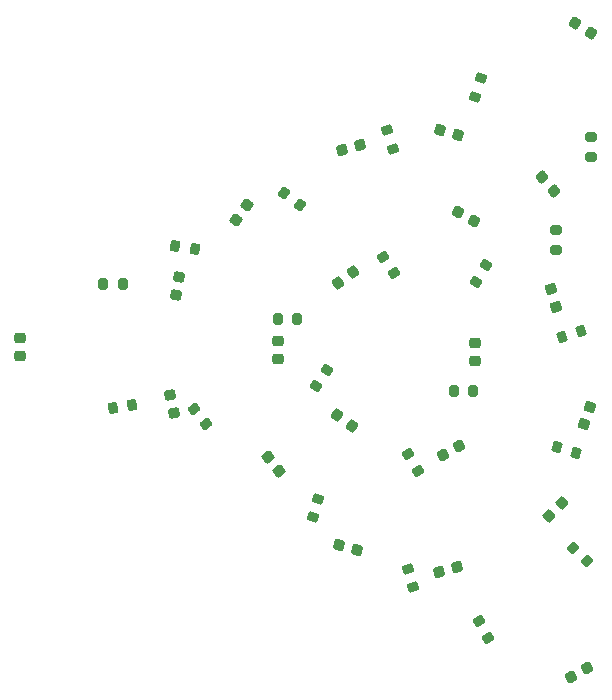
<source format=gbr>
%TF.GenerationSoftware,KiCad,Pcbnew,(6.0.2)*%
%TF.CreationDate,2022-03-10T12:30:13-08:00*%
%TF.ProjectId,triangle,74726961-6e67-46c6-952e-6b696361645f,rev?*%
%TF.SameCoordinates,Original*%
%TF.FileFunction,Paste,Top*%
%TF.FilePolarity,Positive*%
%FSLAX46Y46*%
G04 Gerber Fmt 4.6, Leading zero omitted, Abs format (unit mm)*
G04 Created by KiCad (PCBNEW (6.0.2)) date 2022-03-10 12:30:13*
%MOMM*%
%LPD*%
G01*
G04 APERTURE LIST*
G04 Aperture macros list*
%AMRoundRect*
0 Rectangle with rounded corners*
0 $1 Rounding radius*
0 $2 $3 $4 $5 $6 $7 $8 $9 X,Y pos of 4 corners*
0 Add a 4 corners polygon primitive as box body*
4,1,4,$2,$3,$4,$5,$6,$7,$8,$9,$2,$3,0*
0 Add four circle primitives for the rounded corners*
1,1,$1+$1,$2,$3*
1,1,$1+$1,$4,$5*
1,1,$1+$1,$6,$7*
1,1,$1+$1,$8,$9*
0 Add four rect primitives between the rounded corners*
20,1,$1+$1,$2,$3,$4,$5,0*
20,1,$1+$1,$4,$5,$6,$7,0*
20,1,$1+$1,$6,$7,$8,$9,0*
20,1,$1+$1,$8,$9,$2,$3,0*%
G04 Aperture macros list end*
%ADD10RoundRect,0.225000X0.285273X-0.178170X0.207131X0.264994X-0.285273X0.178170X-0.207131X-0.264994X0*%
%ADD11RoundRect,0.225000X-0.168235X0.291242X-0.307293X-0.136733X0.168235X-0.291242X0.307293X0.136733X0*%
%ADD12RoundRect,0.200000X-0.275000X0.200000X-0.275000X-0.200000X0.275000X-0.200000X0.275000X0.200000X0*%
%ADD13RoundRect,0.225000X0.069856X0.329006X-0.319856X0.104006X-0.069856X-0.329006X0.319856X-0.104006X0*%
%ADD14RoundRect,0.225000X0.147375X0.302334X-0.285193X0.178297X-0.147375X-0.302334X0.285193X-0.178297X0*%
%ADD15RoundRect,0.200000X-0.339982X0.006097X-0.110552X-0.321564X0.339982X-0.006097X0.110552X0.321564X0*%
%ADD16RoundRect,0.225000X-0.288261X-0.173293X0.142076X-0.304860X0.288261X0.173293X-0.142076X0.304860X0*%
%ADD17RoundRect,0.200000X0.319474X-0.116452X0.209219X0.268053X-0.319474X0.116452X-0.209219X-0.268053X0*%
%ADD18RoundRect,0.200000X0.209219X-0.268053X0.319474X0.116452X-0.209219X0.268053X-0.319474X-0.116452X0*%
%ADD19RoundRect,0.200000X-0.240557X-0.240327X0.154518X-0.302901X0.240557X0.240327X-0.154518X0.302901X0*%
%ADD20RoundRect,0.200000X-0.275191X-0.199737X0.105232X-0.323344X0.275191X0.199737X-0.105232X0.323344X0*%
%ADD21RoundRect,0.200000X-0.335876X-0.053033X-0.053033X-0.335876X0.335876X0.053033X0.053033X0.335876X0*%
%ADD22RoundRect,0.225000X0.335527X-0.023387X0.058479X0.331218X-0.335527X0.023387X-0.058479X-0.331218X0*%
%ADD23RoundRect,0.225000X-0.304860X0.142076X-0.173293X-0.288261X0.304860X-0.142076X0.173293X0.288261X0*%
%ADD24RoundRect,0.200000X0.339835X0.011705X0.093571X0.326909X-0.339835X-0.011705X-0.093571X-0.326909X0*%
%ADD25RoundRect,0.200000X-0.200000X-0.275000X0.200000X-0.275000X0.200000X0.275000X-0.200000X0.275000X0*%
%ADD26RoundRect,0.225000X0.285193X0.178297X-0.147375X0.302334X-0.285193X-0.178297X0.147375X-0.302334X0*%
%ADD27RoundRect,0.225000X-0.336341X-0.000075X-0.035232X-0.334490X0.336341X0.000075X0.035232X0.334490X0*%
%ADD28RoundRect,0.225000X0.064250X-0.330147X0.335067X0.029239X-0.064250X0.330147X-0.335067X-0.029239X0*%
%ADD29RoundRect,0.225000X0.250000X-0.225000X0.250000X0.225000X-0.250000X0.225000X-0.250000X-0.225000X0*%
%ADD30RoundRect,0.225000X-0.147375X-0.302334X0.285193X-0.178297X0.147375X0.302334X-0.285193X0.178297X0*%
%ADD31RoundRect,0.200000X0.338157X-0.035705X0.138157X0.310705X-0.338157X0.035705X-0.138157X-0.310705X0*%
%ADD32RoundRect,0.200000X-0.138157X0.310705X-0.338157X-0.035705X0.138157X-0.310705X0.338157X0.035705X0*%
%ADD33RoundRect,0.200000X0.110859X0.321458X-0.271663X0.204509X-0.110859X-0.321458X0.271663X-0.204509X0*%
%ADD34RoundRect,0.200000X0.104923X-0.323444X0.340037X0.000162X-0.104923X0.323444X-0.340037X-0.000162X0*%
%ADD35RoundRect,0.225000X-0.017678X0.335876X-0.335876X0.017678X0.017678X-0.335876X0.335876X-0.017678X0*%
%ADD36RoundRect,0.225000X-0.319856X-0.104006X0.069856X-0.329006X0.319856X0.104006X-0.069856X0.329006X0*%
%ADD37RoundRect,0.225000X-0.040915X-0.333843X0.327703X-0.075733X0.040915X0.333843X-0.327703X0.075733X0*%
%ADD38RoundRect,0.200000X0.149208X0.305552X-0.244715X0.236092X-0.149208X-0.305552X0.244715X-0.236092X0*%
%ADD39RoundRect,0.200000X0.204509X-0.271663X0.321458X0.110859X-0.204509X0.271663X-0.321458X-0.110859X0*%
%ADD40RoundRect,0.225000X-0.250000X0.225000X-0.250000X-0.225000X0.250000X-0.225000X0.250000X0.225000X0*%
%ADD41RoundRect,0.225000X0.211724X-0.261338X0.282120X0.183121X-0.211724X0.261338X-0.282120X-0.183121X0*%
%ADD42RoundRect,0.225000X-0.323291X-0.092780X0.058331X-0.331244X0.323291X0.092780X-0.058331X0.331244X0*%
%ADD43RoundRect,0.225000X0.328975X0.070003X-0.035083X0.334506X-0.328975X-0.070003X0.035083X-0.334506X0*%
%ADD44RoundRect,0.200000X-0.325226X-0.099262X-0.005772X-0.339988X0.325226X0.099262X0.005772X0.339988X0*%
G04 APERTURE END LIST*
D10*
%TO.C,C21*%
X123634577Y-89013226D03*
X123365423Y-87486774D03*
%TD*%
D11*
%TO.C,C12*%
X158900000Y-88500000D03*
X158421024Y-89974138D03*
%TD*%
D12*
%TO.C,R15*%
X158950000Y-65700000D03*
X158950000Y-67350000D03*
%TD*%
D13*
%TO.C,C4*%
X147821170Y-91825000D03*
X146478830Y-92600000D03*
%TD*%
D14*
%TO.C,C9*%
X147600000Y-102100000D03*
X146110044Y-102527238D03*
%TD*%
D15*
%TO.C,R2*%
X141353598Y-75848400D03*
X142300000Y-77200000D03*
%TD*%
D16*
%TO.C,C16*%
X146217728Y-65046824D03*
X147700000Y-65500000D03*
%TD*%
D17*
%TO.C,R17*%
X142200000Y-66700000D03*
X141745198Y-65113918D03*
%TD*%
D18*
%TO.C,R8*%
X135445198Y-97886082D03*
X135900000Y-96300000D03*
%TD*%
D19*
%TO.C,R19*%
X123800000Y-74900000D03*
X125429686Y-75158116D03*
%TD*%
D20*
%TO.C,R12*%
X156130756Y-91890122D03*
X157700000Y-92400000D03*
%TD*%
D21*
%TO.C,R11*%
X157433274Y-100433274D03*
X158600000Y-101600000D03*
%TD*%
D12*
%TO.C,R14*%
X156000000Y-73550000D03*
X156000000Y-75200000D03*
%TD*%
D22*
%TO.C,C7*%
X132550000Y-93950000D03*
X131595724Y-92728584D03*
%TD*%
D17*
%TO.C,R9*%
X143900000Y-103800000D03*
X143445198Y-102213918D03*
%TD*%
D23*
%TO.C,C13*%
X155573412Y-78558864D03*
X156026588Y-80041136D03*
%TD*%
D24*
%TO.C,R7*%
X126400000Y-90000000D03*
X125384158Y-88699782D03*
%TD*%
D25*
%TO.C,R1*%
X149025000Y-87200000D03*
X147375000Y-87200000D03*
%TD*%
D26*
%TO.C,C8*%
X139144978Y-100613619D03*
X137655022Y-100186381D03*
%TD*%
D27*
%TO.C,C14*%
X155850000Y-70250000D03*
X154812848Y-69098126D03*
%TD*%
D25*
%TO.C,R6*%
X132450000Y-81100000D03*
X134100000Y-81100000D03*
%TD*%
D28*
%TO.C,C18*%
X128900000Y-72700000D03*
X129832814Y-71462114D03*
%TD*%
D29*
%TO.C,C6*%
X132500000Y-84500000D03*
X132500000Y-82950000D03*
%TD*%
D30*
%TO.C,C17*%
X137900000Y-66800000D03*
X139389956Y-66372762D03*
%TD*%
D29*
%TO.C,C20*%
X110650000Y-84250000D03*
X110650000Y-82700000D03*
%TD*%
D31*
%TO.C,R4*%
X144325000Y-93928942D03*
X143500000Y-92500000D03*
%TD*%
D32*
%TO.C,R5*%
X150100000Y-76500000D03*
X149275000Y-77928942D03*
%TD*%
D33*
%TO.C,R13*%
X158100000Y-82100000D03*
X156522098Y-82582414D03*
%TD*%
D34*
%TO.C,R3*%
X135686800Y-86766400D03*
X136656646Y-85431522D03*
%TD*%
D35*
%TO.C,C11*%
X156498008Y-96701992D03*
X155401992Y-97798008D03*
%TD*%
D36*
%TO.C,C5*%
X147757660Y-72025000D03*
X149100000Y-72800000D03*
%TD*%
D37*
%TO.C,C2*%
X137600000Y-78000000D03*
X138869686Y-77110956D03*
%TD*%
D31*
%TO.C,R10*%
X150300000Y-108100000D03*
X149475000Y-106671058D03*
%TD*%
D38*
%TO.C,R21*%
X120100000Y-88350000D03*
X118475068Y-88636520D03*
%TD*%
D39*
%TO.C,R16*%
X149200000Y-62250000D03*
X149682414Y-60672098D03*
%TD*%
D40*
%TO.C,C1*%
X149200000Y-84650000D03*
X149200000Y-83100000D03*
%TD*%
D41*
%TO.C,C19*%
X123857526Y-79080916D03*
X124100000Y-77550000D03*
%TD*%
D42*
%TO.C,C15*%
X157635526Y-56028626D03*
X158950000Y-56850000D03*
%TD*%
D43*
%TO.C,C3*%
X138734800Y-90119200D03*
X137480824Y-89208132D03*
%TD*%
D13*
%TO.C,C10*%
X158650000Y-110600000D03*
X157307660Y-111375000D03*
%TD*%
D25*
%TO.C,R20*%
X117700000Y-78150000D03*
X119350000Y-78150000D03*
%TD*%
D44*
%TO.C,R18*%
X132982252Y-70407006D03*
X134300000Y-71400000D03*
%TD*%
M02*

</source>
